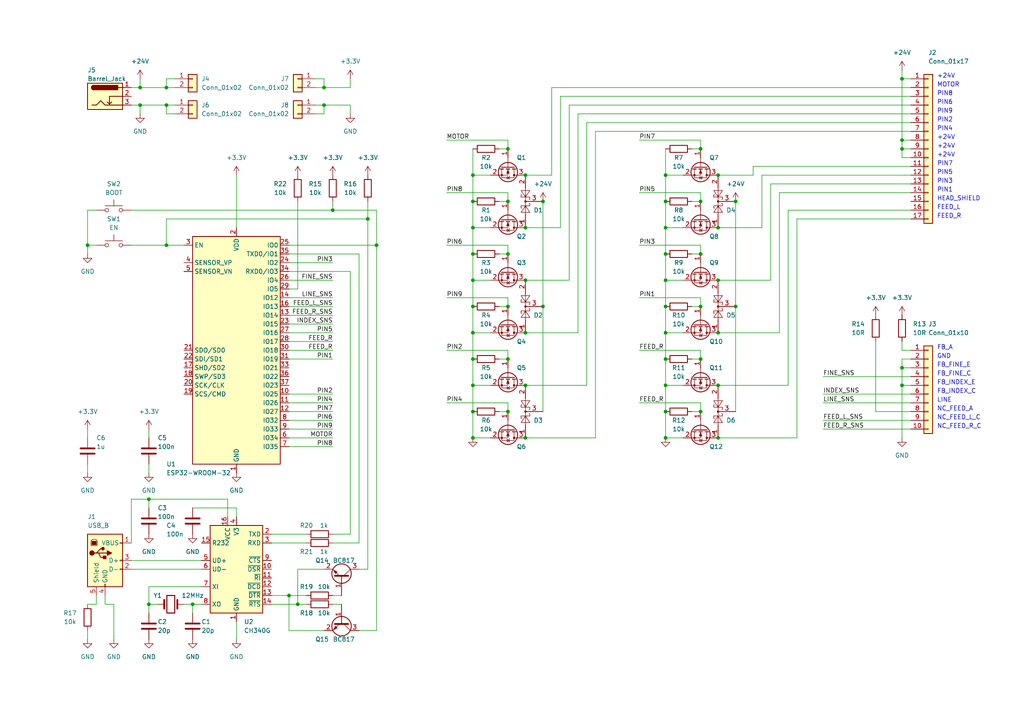
<source format=kicad_sch>
(kicad_sch (version 20230121) (generator eeschema)
  (paper "A4")
  (lib_symbols
    (symbol "Connector:Barrel_Jack_Switch_Pin3Ring" (pin_names hide)
      (property "Reference" "J" (at 0 5.334 0))
      (property "Value" "Barrel_Jack_Switch_Pin3Ring" (at 0 -5.08 0))
      (symbol "Barrel_Jack_Switch_Pin3Ring_1_1"
        (pin passive line (at 7.62 2.54 180) (length 2.54) (name "~") (number "1"))
        (pin passive line (at 7.62 0 180) (length 2.54) (name "~") (number "2"))
        (pin passive line (at 7.62 -2.54 180) (length 2.54) (name "~") (number "3"))
      )
    )
    (symbol "Connector:USB_B" (pin_names (offset 1.016))
      (property "Reference" "J" (at -5.08 11.43 0))
      (property "Value" "USB_B" (at -5.08 8.89 0))
      (symbol "USB_B_1_1"
        (pin power_out line (at 7.62 5.08 180) (length 2.54) (name "VBUS") (number "1"))
        (pin bidirectional line (at 7.62 -2.54 180) (length 2.54) (name "D-") (number "2"))
        (pin bidirectional line (at 7.62 0 180) (length 2.54) (name "D+") (number "3"))
        (pin power_out line (at 0 -10.16 90) (length 2.54) (name "GND") (number "4"))
        (pin passive line (at -2.54 -10.16 90) (length 2.54) (name "Shield") (number "5"))
      )
    )
    (symbol "Connector_Generic:Conn_01x02" (pin_names (offset 1.016) hide)
      (property "Reference" "J" (at 0 2.54 0))
      (property "Value" "Conn_01x02" (at 0 -5.08 0))
      (symbol "Conn_01x02_1_1"
        (pin passive line (at -5.08 0 0) (length 3.81) (name "Pin_1") (number "1"))
        (pin passive line (at -5.08 -2.54 0) (length 3.81) (name "Pin_2") (number "2"))
      )
    )
    (symbol "Connector_Generic:Conn_01x10" (pin_names (offset 1.016) hide)
      (property "Reference" "J" (at 0 12.7 0))
      (property "Value" "Conn_01x10" (at 0 -15.24 0))
      (symbol "Conn_01x10_1_1"
        (pin passive line (at -5.08 10.16 0) (length 3.81) (name "Pin_1") (number "1"))
        (pin passive line (at -5.08 -12.7 0) (length 3.81) (name "Pin_10") (number "10"))
        (pin passive line (at -5.08 7.62 0) (length 3.81) (name "Pin_2") (number "2"))
        (pin passive line (at -5.08 5.08 0) (length 3.81) (name "Pin_3") (number "3"))
        (pin passive line (at -5.08 2.54 0) (length 3.81) (name "Pin_4") (number "4"))
        (pin passive line (at -5.08 0 0) (length 3.81) (name "Pin_5") (number "5"))
        (pin passive line (at -5.08 -2.54 0) (length 3.81) (name "Pin_6") (number "6"))
        (pin passive line (at -5.08 -5.08 0) (length 3.81) (name "Pin_7") (number "7"))
        (pin passive line (at -5.08 -7.62 0) (length 3.81) (name "Pin_8") (number "8"))
        (pin passive line (at -5.08 -10.16 0) (length 3.81) (name "Pin_9") (number "9"))
      )
    )
    (symbol "Connector_Generic:Conn_01x17" (pin_names (offset 1.016) hide)
      (property "Reference" "J" (at 0 22.86 0))
      (property "Value" "Conn_01x17" (at 0 -22.86 0))
      (symbol "Conn_01x17_1_1"
        (pin passive line (at -5.08 20.32 0) (length 3.81) (name "Pin_1") (number "1"))
        (pin passive line (at -5.08 -2.54 0) (length 3.81) (name "Pin_10") (number "10"))
        (pin passive line (at -5.08 -5.08 0) (length 3.81) (name "Pin_11") (number "11"))
        (pin passive line (at -5.08 -7.62 0) (length 3.81) (name "Pin_12") (number "12"))
        (pin passive line (at -5.08 -10.16 0) (length 3.81) (name "Pin_13") (number "13"))
        (pin passive line (at -5.08 -12.7 0) (length 3.81) (name "Pin_14") (number "14"))
        (pin passive line (at -5.08 -15.24 0) (length 3.81) (name "Pin_15") (number "15"))
        (pin passive line (at -5.08 -17.78 0) (length 3.81) (name "Pin_16") (number "16"))
        (pin passive line (at -5.08 -20.32 0) (length 3.81) (name "Pin_17") (number "17"))
        (pin passive line (at -5.08 17.78 0) (length 3.81) (name "Pin_2") (number "2"))
        (pin passive line (at -5.08 15.24 0) (length 3.81) (name "Pin_3") (number "3"))
        (pin passive line (at -5.08 12.7 0) (length 3.81) (name "Pin_4") (number "4"))
        (pin passive line (at -5.08 10.16 0) (length 3.81) (name "Pin_5") (number "5"))
        (pin passive line (at -5.08 7.62 0) (length 3.81) (name "Pin_6") (number "6"))
        (pin passive line (at -5.08 5.08 0) (length 3.81) (name "Pin_7") (number "7"))
        (pin passive line (at -5.08 2.54 0) (length 3.81) (name "Pin_8") (number "8"))
        (pin passive line (at -5.08 0 0) (length 3.81) (name "Pin_9") (number "9"))
      )
    )
    (symbol "Device:C" (pin_numbers hide) (pin_names (offset 0.254))
      (property "Reference" "C" (at 0.635 2.54 0))
      (property "Value" "C" (at 0.635 -2.54 0))
      (symbol "C_1_1"
        (pin passive line (at 0 3.81 270) (length 2.794) (name "~") (number "1"))
        (pin passive line (at 0 -3.81 90) (length 2.794) (name "~") (number "2"))
      )
    )
    (symbol "Device:Crystal" (pin_numbers hide) (pin_names (offset 1.016) hide)
      (property "Reference" "Y" (at 0 3.81 0))
      (property "Value" "Crystal" (at 0 -3.81 0))
      (symbol "Crystal_1_1"
        (pin passive line (at -3.81 0 0) (length 1.27) (name "1") (number "1"))
        (pin passive line (at 3.81 0 180) (length 1.27) (name "2") (number "2"))
      )
    )
    (symbol "Device:R" (pin_numbers hide) (pin_names (offset 0))
      (property "Reference" "R" (at 2.032 0 90))
      (property "Value" "R" (at 0 0 90))
      (symbol "R_1_1"
        (pin passive line (at 0 3.81 270) (length 1.27) (name "~") (number "1"))
        (pin passive line (at 0 -3.81 90) (length 1.27) (name "~") (number "2"))
      )
    )
    (symbol "Diode:BAT54C" (pin_names (offset 1.016))
      (property "Reference" "D" (at 0.635 -3.81 0))
      (property "Value" "BAT54C" (at -6.35 3.175 0))
      (symbol "BAT54C_1_1"
        (pin passive line (at -7.62 0 0) (length 3.81) (name "~") (number "1"))
        (pin passive line (at 7.62 0 180) (length 3.81) (name "~") (number "2"))
        (pin passive line (at 0 -5.08 90) (length 5.08) (name "~") (number "3"))
      )
    )
    (symbol "Interface_USB:CH340G"
      (property "Reference" "U" (at -5.08 13.97 0))
      (property "Value" "CH340G" (at 1.27 13.97 0))
      (symbol "CH340G_1_1"
        (pin power_in line (at 0 -15.24 90) (length 2.54) (name "GND") (number "1"))
        (pin input line (at 10.16 0 180) (length 2.54) (name "~{DSR}") (number "10"))
        (pin input line (at 10.16 -2.54 180) (length 2.54) (name "~{RI}") (number "11"))
        (pin input line (at 10.16 -5.08 180) (length 2.54) (name "~{DCD}") (number "12"))
        (pin output line (at 10.16 -7.62 180) (length 2.54) (name "~{DTR}") (number "13"))
        (pin output line (at 10.16 -10.16 180) (length 2.54) (name "~{RTS}") (number "14"))
        (pin input line (at -10.16 7.62 0) (length 2.54) (name "R232") (number "15"))
        (pin power_in line (at -2.54 15.24 270) (length 2.54) (name "VCC") (number "16"))
        (pin output line (at 10.16 10.16 180) (length 2.54) (name "TXD") (number "2"))
        (pin input line (at 10.16 7.62 180) (length 2.54) (name "RXD") (number "3"))
        (pin power_out line (at 0 15.24 270) (length 2.54) (name "V3") (number "4"))
        (pin bidirectional line (at -10.16 2.54 0) (length 2.54) (name "UD+") (number "5"))
        (pin bidirectional line (at -10.16 0 0) (length 2.54) (name "UD-") (number "6"))
        (pin input line (at -10.16 -5.08 0) (length 2.54) (name "XI") (number "7"))
        (pin output line (at -10.16 -10.16 0) (length 2.54) (name "XO") (number "8"))
        (pin input line (at 10.16 2.54 180) (length 2.54) (name "~{CTS}") (number "9"))
      )
    )
    (symbol "RF_Module:ESP32-WROOM-32"
      (property "Reference" "U" (at -12.7 34.29 0))
      (property "Value" "ESP32-WROOM-32" (at 1.27 34.29 0))
      (symbol "ESP32-WROOM-32_1_1"
        (pin power_in line (at 0 -35.56 90) (length 2.54) (name "GND") (number "1"))
        (pin bidirectional line (at 15.24 -12.7 180) (length 2.54) (name "IO25") (number "10"))
        (pin bidirectional line (at 15.24 -15.24 180) (length 2.54) (name "IO26") (number "11"))
        (pin bidirectional line (at 15.24 -17.78 180) (length 2.54) (name "IO27") (number "12"))
        (pin bidirectional line (at 15.24 10.16 180) (length 2.54) (name "IO14") (number "13"))
        (pin bidirectional line (at 15.24 15.24 180) (length 2.54) (name "IO12") (number "14"))
        (pin passive line (at 0 -35.56 90) (length 2.54) hide (name "GND") (number "15"))
        (pin bidirectional line (at 15.24 12.7 180) (length 2.54) (name "IO13") (number "16"))
        (pin bidirectional line (at -15.24 -5.08 0) (length 2.54) (name "SHD/SD2") (number "17"))
        (pin bidirectional line (at -15.24 -7.62 0) (length 2.54) (name "SWP/SD3") (number "18"))
        (pin bidirectional line (at -15.24 -12.7 0) (length 2.54) (name "SCS/CMD") (number "19"))
        (pin power_in line (at 0 35.56 270) (length 2.54) (name "VDD") (number "2"))
        (pin bidirectional line (at -15.24 -10.16 0) (length 2.54) (name "SCK/CLK") (number "20"))
        (pin bidirectional line (at -15.24 0 0) (length 2.54) (name "SDO/SD0") (number "21"))
        (pin bidirectional line (at -15.24 -2.54 0) (length 2.54) (name "SDI/SD1") (number "22"))
        (pin bidirectional line (at 15.24 7.62 180) (length 2.54) (name "IO15") (number "23"))
        (pin bidirectional line (at 15.24 25.4 180) (length 2.54) (name "IO2") (number "24"))
        (pin bidirectional line (at 15.24 30.48 180) (length 2.54) (name "IO0") (number "25"))
        (pin bidirectional line (at 15.24 20.32 180) (length 2.54) (name "IO4") (number "26"))
        (pin bidirectional line (at 15.24 5.08 180) (length 2.54) (name "IO16") (number "27"))
        (pin bidirectional line (at 15.24 2.54 180) (length 2.54) (name "IO17") (number "28"))
        (pin bidirectional line (at 15.24 17.78 180) (length 2.54) (name "IO5") (number "29"))
        (pin input line (at -15.24 30.48 0) (length 2.54) (name "EN") (number "3"))
        (pin bidirectional line (at 15.24 0 180) (length 2.54) (name "IO18") (number "30"))
        (pin bidirectional line (at 15.24 -2.54 180) (length 2.54) (name "IO19") (number "31"))
        (pin no_connect line (at -12.7 -27.94 0) (length 2.54) hide (name "NC") (number "32"))
        (pin bidirectional line (at 15.24 -5.08 180) (length 2.54) (name "IO21") (number "33"))
        (pin bidirectional line (at 15.24 22.86 180) (length 2.54) (name "RXD0/IO3") (number "34"))
        (pin bidirectional line (at 15.24 27.94 180) (length 2.54) (name "TXD0/IO1") (number "35"))
        (pin bidirectional line (at 15.24 -7.62 180) (length 2.54) (name "IO22") (number "36"))
        (pin bidirectional line (at 15.24 -10.16 180) (length 2.54) (name "IO23") (number "37"))
        (pin passive line (at 0 -35.56 90) (length 2.54) hide (name "GND") (number "38"))
        (pin passive line (at 0 -35.56 90) (length 2.54) hide (name "GND") (number "39"))
        (pin input line (at -15.24 25.4 0) (length 2.54) (name "SENSOR_VP") (number "4"))
        (pin input line (at -15.24 22.86 0) (length 2.54) (name "SENSOR_VN") (number "5"))
        (pin input line (at 15.24 -25.4 180) (length 2.54) (name "IO34") (number "6"))
        (pin input line (at 15.24 -27.94 180) (length 2.54) (name "IO35") (number "7"))
        (pin bidirectional line (at 15.24 -20.32 180) (length 2.54) (name "IO32") (number "8"))
        (pin bidirectional line (at 15.24 -22.86 180) (length 2.54) (name "IO33") (number "9"))
      )
    )
    (symbol "Switch:SW_Push" (pin_numbers hide) (pin_names (offset 1.016) hide)
      (property "Reference" "SW" (at 1.27 2.54 0))
      (property "Value" "SW_Push" (at 0 -1.524 0))
      (symbol "SW_Push_0_1"
        (pin passive line (at -5.08 0 0) (length 2.54) (name "1") (number "1"))
        (pin passive line (at 5.08 0 180) (length 2.54) (name "2") (number "2"))
      )
    )
    (symbol "Transistor_BJT:BC817" (pin_names (offset 0) hide)
      (property "Reference" "Q" (at 5.08 1.905 0))
      (property "Value" "BC817" (at 5.08 0 0))
      (symbol "BC817_1_1"
        (pin input line (at -5.08 0 0) (length 5.715) (name "B") (number "1"))
        (pin passive line (at 2.54 -5.08 90) (length 2.54) (name "E") (number "2"))
        (pin passive line (at 2.54 5.08 270) (length 2.54) (name "C") (number "3"))
      )
    )
    (symbol "Transistor_FET:IRLML0030" (pin_names hide)
      (property "Reference" "Q" (at 5.08 1.905 0))
      (property "Value" "IRLML0030" (at 5.08 0 0))
      (symbol "IRLML0030_1_1"
        (pin input line (at -5.08 0 0) (length 2.54) (name "G") (number "1"))
        (pin passive line (at 2.54 -5.08 90) (length 2.54) (name "S") (number "2"))
        (pin passive line (at 2.54 5.08 270) (length 2.54) (name "D") (number "3"))
      )
    )
    (symbol "power:+24V" (power) (pin_names (offset 0))
      (property "Value" "+24V" (at 0 3.556 0))
      (symbol "+24V_1_1"
        (pin power_in line (at 0 0 90) (length 0) hide (name "+24V") (number "1"))
      )
    )
    (symbol "power:+3.3V" (power) (pin_names (offset 0))
      (property "Value" "+3.3V" (at 0 3.556 0))
      (symbol "+3.3V_1_1"
        (pin power_in line (at 0 0 90) (length 0) hide (name "+3.3V") (number "1"))
      )
    )
    (symbol "power:GND" (power) (pin_names (offset 0))
      (property "Value" "GND" (at 0 -3.81 0))
      (symbol "GND_1_1"
        (pin power_in line (at 0 0 270) (length 0) hide (name "GND") (number "1"))
      )
    )
  )
  (junction (at 208.28 50.8))
  (junction (at 83.82 172.72))
  (junction (at 137.16 96.52))
  (junction (at 152.4 127))
  (junction (at 147.32 43.18))
  (junction (at 213.36 88.9))
  (junction (at 43.18 144.78))
  (junction (at 43.18 175.26))
  (junction (at 152.4 96.52))
  (junction (at 152.4 66.04))
  (junction (at 106.68 63.5))
  (junction (at 147.32 88.9))
  (junction (at 193.04 88.9))
  (junction (at 157.48 58.42))
  (junction (at 261.62 106.68))
  (junction (at 152.4 81.28))
  (junction (at 193.04 58.42))
  (junction (at 137.16 73.66))
  (junction (at 193.04 81.28))
  (junction (at 208.28 127))
  (junction (at 203.2 73.66))
  (junction (at 193.04 73.66))
  (junction (at 152.4 50.8))
  (junction (at 137.16 66.04))
  (junction (at 137.16 119.38))
  (junction (at 137.16 88.9))
  (junction (at 109.22 71.12))
  (junction (at 137.16 104.14))
  (junction (at 48.26 71.12))
  (junction (at 152.4 111.76))
  (junction (at 40.64 30.48))
  (junction (at 86.36 175.26))
  (junction (at 208.28 66.04))
  (junction (at 137.16 111.76))
  (junction (at 208.28 111.76))
  (junction (at 193.04 119.38))
  (junction (at 147.32 73.66))
  (junction (at 25.4 71.12))
  (junction (at 147.32 104.14))
  (junction (at 137.16 81.28))
  (junction (at 147.32 119.38))
  (junction (at 55.88 175.26))
  (junction (at 93.98 30.48))
  (junction (at 208.28 81.28))
  (junction (at 137.16 58.42))
  (junction (at 193.04 104.14))
  (junction (at 203.2 104.14))
  (junction (at 48.26 30.48))
  (junction (at 193.04 111.76))
  (junction (at 40.64 25.4))
  (junction (at 261.62 111.76))
  (junction (at 193.04 50.8))
  (junction (at 261.62 22.86))
  (junction (at 213.36 58.42))
  (junction (at 137.16 127))
  (junction (at 193.04 127))
  (junction (at 193.04 96.52))
  (junction (at 193.04 66.04))
  (junction (at 203.2 43.18))
  (junction (at 261.62 40.64))
  (junction (at 96.52 60.96))
  (junction (at 147.32 58.42))
  (junction (at 203.2 119.38))
  (junction (at 203.2 58.42))
  (junction (at 157.48 88.9))
  (junction (at 48.26 25.4))
  (junction (at 261.62 43.18))
  (junction (at 203.2 88.9))
  (junction (at 208.28 96.52))
  (junction (at 137.16 50.8))
  (junction (at 93.98 25.4))
  (wire (pts (xy 25.4 71.12) (xy 25.4 73.66)))
  (wire (pts (xy 198.12 127) (xy 193.04 127)))
  (wire (pts (xy 68.58 50.8) (xy 68.58 66.04)))
  (wire (pts (xy 53.34 175.26) (xy 55.88 175.26)))
  (wire (pts (xy 83.82 88.9) (xy 96.52 88.9)))
  (wire (pts (xy 33.02 175.26) (xy 30.48 175.26)))
  (wire (pts (xy 48.26 33.02) (xy 48.26 30.48)))
  (wire (pts (xy 218.44 48.26) (xy 264.16 48.26)))
  (wire (pts (xy 96.52 175.26) (xy 99.06 175.26)))
  (wire (pts (xy 185.42 40.64) (xy 203.2 40.64)))
  (wire (pts (xy 203.2 88.9) (xy 203.2 86.36)))
  (wire (pts (xy 208.28 66.04) (xy 220.98 66.04)))
  (wire (pts (xy 137.16 111.76) (xy 137.16 119.38)))
  (wire (pts (xy 142.24 96.52) (xy 137.16 96.52)))
  (wire (pts (xy 83.82 93.98) (xy 96.52 93.98)))
  (wire (pts (xy 193.04 96.52) (xy 193.04 88.9)))
  (wire (pts (xy 200.66 119.38) (xy 203.2 119.38)))
  (wire (pts (xy 93.98 165.1) (xy 86.36 165.1)))
  (wire (pts (xy 261.62 45.72) (xy 261.62 43.18)))
  (wire (pts (xy 40.64 25.4) (xy 40.64 22.86)))
  (wire (pts (xy 27.94 175.26) (xy 25.4 175.26)))
  (wire (pts (xy 185.42 101.6) (xy 203.2 101.6)))
  (wire (pts (xy 83.82 116.84) (xy 96.52 116.84)))
  (wire (pts (xy 96.52 58.42) (xy 96.52 60.96)))
  (wire (pts (xy 152.4 111.76) (xy 170.18 111.76)))
  (wire (pts (xy 30.48 175.26) (xy 30.48 172.72)))
  (wire (pts (xy 106.68 58.42) (xy 106.68 63.5)))
  (wire (pts (xy 104.14 157.48) (xy 96.52 157.48)))
  (wire (pts (xy 193.04 66.04) (xy 193.04 73.66)))
  (wire (pts (xy 264.16 22.86) (xy 261.62 22.86)))
  (wire (pts (xy 101.6 78.74) (xy 83.82 78.74)))
  (wire (pts (xy 142.24 50.8) (xy 137.16 50.8)))
  (wire (pts (xy 33.02 185.42) (xy 33.02 175.26)))
  (wire (pts (xy 264.16 104.14) (xy 261.62 104.14)))
  (wire (pts (xy 137.16 81.28) (xy 137.16 88.9)))
  (wire (pts (xy 172.72 127) (xy 172.72 38.1)))
  (wire (pts (xy 93.98 30.48) (xy 91.44 30.48)))
  (wire (pts (xy 91.44 22.86) (xy 93.98 22.86)))
  (wire (pts (xy 147.32 88.9) (xy 147.32 86.36)))
  (wire (pts (xy 83.82 99.06) (xy 96.52 99.06)))
  (wire (pts (xy 261.62 106.68) (xy 264.16 106.68)))
  (wire (pts (xy 198.12 111.76) (xy 193.04 111.76)))
  (wire (pts (xy 83.82 101.6) (xy 96.52 101.6)))
  (wire (pts (xy 238.76 116.84) (xy 264.16 116.84)))
  (wire (pts (xy 200.66 104.14) (xy 203.2 104.14)))
  (wire (pts (xy 43.18 134.62) (xy 43.18 137.16)))
  (wire (pts (xy 137.16 66.04) (xy 137.16 58.42)))
  (wire (pts (xy 193.04 96.52) (xy 193.04 104.14)))
  (wire (pts (xy 165.1 81.28) (xy 165.1 30.48)))
  (wire (pts (xy 101.6 22.86) (xy 101.6 25.4)))
  (wire (pts (xy 142.24 66.04) (xy 137.16 66.04)))
  (wire (pts (xy 109.22 71.12) (xy 109.22 182.88)))
  (wire (pts (xy 137.16 50.8) (xy 137.16 58.42)))
  (wire (pts (xy 137.16 43.18) (xy 137.16 50.8)))
  (wire (pts (xy 50.8 33.02) (xy 48.26 33.02)))
  (wire (pts (xy 137.16 96.52) (xy 137.16 104.14)))
  (wire (pts (xy 83.82 91.44) (xy 96.52 91.44)))
  (wire (pts (xy 185.42 71.12) (xy 203.2 71.12)))
  (wire (pts (xy 83.82 121.92) (xy 96.52 121.92)))
  (wire (pts (xy 129.54 116.84) (xy 147.32 116.84)))
  (wire (pts (xy 144.78 43.18) (xy 147.32 43.18)))
  (wire (pts (xy 170.18 111.76) (xy 170.18 35.56)))
  (wire (pts (xy 43.18 175.26) (xy 43.18 177.8)))
  (wire (pts (xy 238.76 124.46) (xy 264.16 124.46)))
  (wire (pts (xy 231.14 127) (xy 231.14 63.5)))
  (wire (pts (xy 137.16 127) (xy 137.16 119.38)))
  (wire (pts (xy 83.82 114.3) (xy 96.52 114.3)))
  (wire (pts (xy 198.12 66.04) (xy 193.04 66.04)))
  (wire (pts (xy 254 99.06) (xy 254 119.38)))
  (wire (pts (xy 101.6 33.02) (xy 101.6 30.48)))
  (wire (pts (xy 38.1 165.1) (xy 58.42 165.1)))
  (wire (pts (xy 208.28 81.28) (xy 223.52 81.28)))
  (wire (pts (xy 198.12 50.8) (xy 193.04 50.8)))
  (wire (pts (xy 170.18 35.56) (xy 264.16 35.56)))
  (wire (pts (xy 238.76 121.92) (xy 264.16 121.92)))
  (wire (pts (xy 193.04 111.76) (xy 193.04 119.38)))
  (wire (pts (xy 162.56 66.04) (xy 162.56 27.94)))
  (wire (pts (xy 40.64 30.48) (xy 40.64 33.02)))
  (wire (pts (xy 78.74 157.48) (xy 88.9 157.48)))
  (wire (pts (xy 264.16 40.64) (xy 261.62 40.64)))
  (wire (pts (xy 43.18 124.46) (xy 43.18 127)))
  (wire (pts (xy 198.12 96.52) (xy 193.04 96.52)))
  (wire (pts (xy 83.82 96.52) (xy 96.52 96.52)))
  (wire (pts (xy 104.14 182.88) (xy 109.22 182.88)))
  (wire (pts (xy 261.62 22.86) (xy 261.62 40.64)))
  (wire (pts (xy 137.16 104.14) (xy 137.16 111.76)))
  (wire (pts (xy 261.62 22.86) (xy 261.62 20.32)))
  (wire (pts (xy 25.4 124.46) (xy 25.4 127)))
  (wire (pts (xy 38.1 30.48) (xy 40.64 30.48)))
  (wire (pts (xy 78.74 154.94) (xy 88.9 154.94)))
  (wire (pts (xy 83.82 73.66) (xy 104.14 73.66)))
  (wire (pts (xy 25.4 60.96) (xy 25.4 71.12)))
  (wire (pts (xy 83.82 129.54) (xy 96.52 129.54)))
  (wire (pts (xy 193.04 81.28) (xy 193.04 88.9)))
  (wire (pts (xy 91.44 33.02) (xy 93.98 33.02)))
  (wire (pts (xy 147.32 104.14) (xy 147.32 101.6)))
  (wire (pts (xy 43.18 144.78) (xy 38.1 144.78)))
  (wire (pts (xy 147.32 58.42) (xy 147.32 55.88)))
  (wire (pts (xy 208.28 111.76) (xy 228.6 111.76)))
  (wire (pts (xy 198.12 81.28) (xy 193.04 81.28)))
  (wire (pts (xy 152.4 96.52) (xy 167.64 96.52)))
  (wire (pts (xy 157.48 88.9) (xy 157.48 119.38)))
  (wire (pts (xy 144.78 73.66) (xy 147.32 73.66)))
  (wire (pts (xy 45.72 175.26) (xy 43.18 175.26)))
  (wire (pts (xy 101.6 25.4) (xy 93.98 25.4)))
  (wire (pts (xy 129.54 40.64) (xy 147.32 40.64)))
  (wire (pts (xy 147.32 119.38) (xy 147.32 116.84)))
  (wire (pts (xy 83.82 104.14) (xy 96.52 104.14)))
  (wire (pts (xy 25.4 134.62) (xy 25.4 137.16)))
  (wire (pts (xy 142.24 111.76) (xy 137.16 111.76)))
  (wire (pts (xy 203.2 43.18) (xy 203.2 40.64)))
  (wire (pts (xy 193.04 73.66) (xy 193.04 81.28)))
  (wire (pts (xy 261.62 101.6) (xy 264.16 101.6)))
  (wire (pts (xy 137.16 73.66) (xy 137.16 81.28)))
  (wire (pts (xy 83.82 76.2) (xy 96.52 76.2)))
  (wire (pts (xy 157.48 58.42) (xy 157.48 88.9)))
  (wire (pts (xy 40.64 25.4) (xy 48.26 25.4)))
  (wire (pts (xy 25.4 71.12) (xy 27.94 71.12)))
  (wire (pts (xy 86.36 165.1) (xy 86.36 175.26)))
  (wire (pts (xy 78.74 175.26) (xy 86.36 175.26)))
  (wire (pts (xy 193.04 127) (xy 193.04 119.38)))
  (wire (pts (xy 200.66 58.42) (xy 203.2 58.42)))
  (wire (pts (xy 144.78 88.9) (xy 147.32 88.9)))
  (wire (pts (xy 86.36 175.26) (xy 88.9 175.26)))
  (wire (pts (xy 144.78 58.42) (xy 147.32 58.42)))
  (wire (pts (xy 25.4 182.88) (xy 25.4 185.42)))
  (wire (pts (xy 129.54 71.12) (xy 147.32 71.12)))
  (wire (pts (xy 261.62 104.14) (xy 261.62 106.68)))
  (wire (pts (xy 160.02 25.4) (xy 264.16 25.4)))
  (wire (pts (xy 83.82 182.88) (xy 83.82 172.72)))
  (wire (pts (xy 185.42 86.36) (xy 203.2 86.36)))
  (wire (pts (xy 96.52 154.94) (xy 101.6 154.94)))
  (wire (pts (xy 109.22 71.12) (xy 109.22 60.96)))
  (wire (pts (xy 223.52 81.28) (xy 223.52 53.34)))
  (wire (pts (xy 213.36 88.9) (xy 213.36 119.38)))
  (wire (pts (xy 83.82 83.82) (xy 86.36 83.82)))
  (wire (pts (xy 129.54 86.36) (xy 147.32 86.36)))
  (wire (pts (xy 93.98 25.4) (xy 91.44 25.4)))
  (wire (pts (xy 68.58 185.42) (xy 68.58 180.34)))
  (wire (pts (xy 43.18 144.78) (xy 43.18 147.32)))
  (wire (pts (xy 38.1 25.4) (xy 40.64 25.4)))
  (wire (pts (xy 142.24 81.28) (xy 137.16 81.28)))
  (wire (pts (xy 101.6 30.48) (xy 93.98 30.48)))
  (wire (pts (xy 200.66 73.66) (xy 203.2 73.66)))
  (wire (pts (xy 152.4 50.8) (xy 160.02 50.8)))
  (wire (pts (xy 38.1 60.96) (xy 96.52 60.96)))
  (wire (pts (xy 38.1 144.78) (xy 38.1 157.48)))
  (wire (pts (xy 152.4 81.28) (xy 165.1 81.28)))
  (wire (pts (xy 96.52 60.96) (xy 109.22 60.96)))
  (wire (pts (xy 264.16 43.18) (xy 261.62 43.18)))
  (wire (pts (xy 137.16 96.52) (xy 137.16 88.9)))
  (wire (pts (xy 50.8 22.86) (xy 48.26 22.86)))
  (wire (pts (xy 226.06 55.88) (xy 264.16 55.88)))
  (wire (pts (xy 231.14 63.5) (xy 264.16 63.5)))
  (wire (pts (xy 93.98 22.86) (xy 93.98 25.4)))
  (wire (pts (xy 96.52 172.72) (xy 99.06 172.72)))
  (wire (pts (xy 55.88 175.26) (xy 55.88 177.8)))
  (wire (pts (xy 261.62 111.76) (xy 261.62 127)))
  (wire (pts (xy 264.16 45.72) (xy 261.62 45.72)))
  (wire (pts (xy 83.82 172.72) (xy 88.9 172.72)))
  (wire (pts (xy 58.42 170.18) (xy 43.18 170.18)))
  (wire (pts (xy 83.82 119.38) (xy 96.52 119.38)))
  (wire (pts (xy 208.28 50.8) (xy 218.44 50.8)))
  (wire (pts (xy 142.24 127) (xy 137.16 127)))
  (wire (pts (xy 213.36 58.42) (xy 213.36 88.9)))
  (wire (pts (xy 43.18 170.18) (xy 43.18 175.26)))
  (wire (pts (xy 261.62 99.06) (xy 261.62 101.6)))
  (wire (pts (xy 193.04 43.18) (xy 193.04 50.8)))
  (wire (pts (xy 55.88 175.26) (xy 58.42 175.26)))
  (wire (pts (xy 144.78 119.38) (xy 147.32 119.38)))
  (wire (pts (xy 83.82 127) (xy 96.52 127)))
  (wire (pts (xy 93.98 33.02) (xy 93.98 30.48)))
  (wire (pts (xy 220.98 66.04) (xy 220.98 50.8)))
  (wire (pts (xy 83.82 124.46) (xy 96.52 124.46)))
  (wire (pts (xy 27.94 60.96) (xy 25.4 60.96)))
  (wire (pts (xy 48.26 25.4) (xy 50.8 25.4)))
  (wire (pts (xy 38.1 71.12) (xy 48.26 71.12)))
  (wire (pts (xy 261.62 111.76) (xy 264.16 111.76)))
  (wire (pts (xy 172.72 38.1) (xy 264.16 38.1)))
  (wire (pts (xy 104.14 73.66) (xy 104.14 157.48)))
  (wire (pts (xy 193.04 104.14) (xy 193.04 111.76)))
  (wire (pts (xy 83.82 81.28) (xy 96.52 81.28)))
  (wire (pts (xy 137.16 66.04) (xy 137.16 73.66)))
  (wire (pts (xy 200.66 43.18) (xy 203.2 43.18)))
  (wire (pts (xy 48.26 63.5) (xy 106.68 63.5)))
  (wire (pts (xy 261.62 106.68) (xy 261.62 111.76)))
  (wire (pts (xy 83.82 71.12) (xy 109.22 71.12)))
  (wire (pts (xy 147.32 73.66) (xy 147.32 71.12)))
  (wire (pts (xy 203.2 104.14) (xy 203.2 101.6)))
  (wire (pts (xy 261.62 40.64) (xy 261.62 43.18)))
  (wire (pts (xy 147.32 43.18) (xy 147.32 40.64)))
  (wire (pts (xy 208.28 96.52) (xy 226.06 96.52)))
  (wire (pts (xy 66.04 149.86) (xy 66.04 144.78)))
  (wire (pts (xy 27.94 172.72) (xy 27.94 175.26)))
  (wire (pts (xy 254 119.38) (xy 264.16 119.38)))
  (wire (pts (xy 200.66 88.9) (xy 203.2 88.9)))
  (wire (pts (xy 144.78 104.14) (xy 147.32 104.14)))
  (wire (pts (xy 228.6 111.76) (xy 228.6 60.96)))
  (wire (pts (xy 40.64 30.48) (xy 48.26 30.48)))
  (wire (pts (xy 78.74 172.72) (xy 83.82 172.72)))
  (wire (pts (xy 86.36 58.42) (xy 86.36 83.82)))
  (wire (pts (xy 220.98 50.8) (xy 264.16 50.8)))
  (wire (pts (xy 167.64 96.52) (xy 167.64 33.02)))
  (wire (pts (xy 160.02 50.8) (xy 160.02 25.4)))
  (wire (pts (xy 66.04 144.78) (xy 43.18 144.78)))
  (wire (pts (xy 228.6 60.96) (xy 264.16 60.96)))
  (wire (pts (xy 68.58 149.86) (xy 68.58 147.32)))
  (wire (pts (xy 93.98 182.88) (xy 83.82 182.88)))
  (wire (pts (xy 48.26 63.5) (xy 48.26 71.12)))
  (wire (pts (xy 129.54 101.6) (xy 147.32 101.6)))
  (wire (pts (xy 203.2 119.38) (xy 203.2 116.84)))
  (wire (pts (xy 101.6 154.94) (xy 101.6 78.74)))
  (wire (pts (xy 162.56 27.94) (xy 264.16 27.94)))
  (wire (pts (xy 223.52 53.34) (xy 264.16 53.34)))
  (wire (pts (xy 203.2 58.42) (xy 203.2 55.88)))
  (wire (pts (xy 185.42 55.88) (xy 203.2 55.88)))
  (wire (pts (xy 185.42 116.84) (xy 203.2 116.84)))
  (wire (pts (xy 129.54 55.88) (xy 147.32 55.88)))
  (wire (pts (xy 83.82 86.36) (xy 96.52 86.36)))
  (wire (pts (xy 48.26 25.4) (xy 48.26 22.86)))
  (wire (pts (xy 38.1 162.56) (xy 58.42 162.56)))
  (wire (pts (xy 68.58 147.32) (xy 55.88 147.32)))
  (wire (pts (xy 106.68 165.1) (xy 104.14 165.1)))
  (wire (pts (xy 218.44 50.8) (xy 218.44 48.26)))
  (wire (pts (xy 238.76 109.22) (xy 264.16 109.22)))
  (wire (pts (xy 167.64 33.02) (xy 264.16 33.02)))
  (wire (pts (xy 48.26 30.48) (xy 50.8 30.48)))
  (wire (pts (xy 152.4 127) (xy 172.72 127)))
  (wire (pts (xy 203.2 73.66) (xy 203.2 71.12)))
  (wire (pts (xy 208.28 127) (xy 231.14 127)))
  (wire (pts (xy 193.04 66.04) (xy 193.04 58.42)))
  (wire (pts (xy 106.68 63.5) (xy 106.68 165.1)))
  (wire (pts (xy 165.1 30.48) (xy 264.16 30.48)))
  (wire (pts (xy 152.4 66.04) (xy 162.56 66.04)))
  (wire (pts (xy 48.26 71.12) (xy 53.34 71.12)))
  (wire (pts (xy 238.76 114.3) (xy 264.16 114.3)))
  (wire (pts (xy 193.04 50.8) (xy 193.04 58.42)))
  (wire (pts (xy 226.06 96.52) (xy 226.06 55.88)))
  (text "FB_A" (at 271.78 101.6 0) (effects (font (size 1.27 1.27)) (justify left bottom)))
  (text "FB_INDEX_E" (at 271.78 111.76 0) (effects (font (size 1.27 1.27)) (justify left bottom)))
  (text "+24V" (at 271.78 45.72 0) (effects (font (size 1.27 1.27)) (justify left bottom)))
  (text "LINE" (at 271.78 116.84 0) (effects (font (size 1.27 1.27)) (justify left bottom)))
  (text "NC_FEED_L_C" (at 271.78 121.92 0) (effects (font (size 1.27 1.27)) (justify left bottom)))
  (text "HEAD_SHIELD" (at 271.78 58.42 0) (effects (font (size 1.27 1.27)) (justify left bottom)))
  (text "PIN3" (at 271.78 53.34 0) (effects (font (size 1.27 1.27)) (justify left bottom)))
  (text "FB_FINE_E" (at 271.78 106.68 0) (effects (font (size 1.27 1.27)) (justify left bottom)))
  (text "+24V" (at 271.78 40.64 0) (effects (font (size 1.27 1.27)) (justify left bottom)))
  (text "FB_FINE_C" (at 271.78 109.22 0) (effects (font (size 1.27 1.27)) (justify left bottom)))
  (text "NC_FEED_A" (at 271.78 119.38 0) (effects (font (size 1.27 1.27)) (justify left bottom)))
  (text "PIN1" (at 271.78 55.88 0) (effects (font (size 1.27 1.27)) (justify left bottom)))
  (text "PIN9" (at 271.78 33.02 0) (effects (font (size 1.27 1.27)) (justify left bottom)))
  (text "NC_FEED_R_C" (at 271.78 124.46 0) (effects (font (size 1.27 1.27)) (justify left bottom)))
  (text "FEED_L" (at 271.78 60.96 0) (effects (font (size 1.27 1.27)) (justify left bottom)))
  (text "+24V" (at 271.78 22.86 0) (effects (font (size 1.27 1.27)) (justify left bottom)))
  (text "PIN4" (at 271.78 38.1 0) (effects (font (size 1.27 1.27)) (justify left bottom)))
  (text "+24V" (at 271.78 43.18 0) (effects (font (size 1.27 1.27)) (justify left bottom)))
  (text "PIN6" (at 271.78 30.48 0) (effects (font (size 1.27 1.27)) (justify left bottom)))
  (text "PIN2" (at 271.78 35.56 0) (effects (font (size 1.27 1.27)) (justify left bottom)))
  (text "FB_INDEX_C" (at 271.78 114.3 0) (effects (font (size 1.27 1.27)) (justify left bottom)))
  (text "PIN5" (at 271.78 50.8 0) (effects (font (size 1.27 1.27)) (justify left bottom)))
  (text "PIN8" (at 271.78 27.94 0) (effects (font (size 1.27 1.27)) (justify left bottom)))
  (text "MOTOR" (at 271.78 25.4 0) (effects (font (size 1.27 1.27)) (justify left bottom)))
  (text "FEED_R" (at 271.78 63.5 0) (effects (font (size 1.27 1.27)) (justify left bottom)))
  (text "PIN7" (at 271.78 48.26 0) (effects (font (size 1.27 1.27)) (justify left bottom)))
  (text "GND" (at 271.78 104.14 0) (effects (font (size 1.27 1.27)) (justify left bottom)))
  (label "PIN1" (at 185.42 86.36 0))
  (label "FEED_R" (at 185.42 101.6 0))
  (label "PIN8" (at 96.52 129.54 180))
  (label "FEED_R_SNS" (at 238.76 124.46 0))
  (label "PIN6" (at 96.52 121.92 180))
  (label "PIN4" (at 96.52 116.84 180))
  (label "PIN7" (at 185.42 40.64 0))
  (label "LINE_SNS" (at 238.76 116.84 0))
  (label "INDEX_SNS" (at 238.76 114.3 0))
  (label "PIN3" (at 96.52 76.2 180))
  (label "FEED_R" (at 96.52 101.6 180))
  (label "MOTOR" (at 96.52 127 180))
  (label "FEED_R" (at 185.42 116.84 0))
  (label "PIN7" (at 96.52 119.38 180))
  (label "FINE_SNS" (at 96.52 81.28 180))
  (label "INDEX_SNS" (at 96.52 93.98 180))
  (label "PIN6" (at 129.54 71.12 0))
  (label "MOTOR" (at 129.54 40.64 0))
  (label "FINE_SNS" (at 238.76 109.22 0))
  (label "FEED_L_SNS" (at 96.52 88.9 180))
  (label "PIN8" (at 129.54 55.88 0))
  (label "PIN5" (at 96.52 96.52 180))
  (label "PIN9" (at 96.52 124.46 180))
  (label "FEED_R_SNS" (at 96.52 91.44 180))
  (label "FEED_R" (at 96.52 99.06 180))
  (label "FEED_L_SNS" (at 238.76 121.92 0))
  (label "PIN4" (at 129.54 116.84 0))
  (label "PIN5" (at 185.42 55.88 0))
  (label "PIN1" (at 96.52 104.14 180))
  (label "PIN3" (at 185.42 71.12 0))
  (label "LINE_SNS" (at 96.52 86.36 180))
  (label "PIN2" (at 129.54 101.6 0))
  (label "PIN9" (at 129.54 86.36 0))
  (label "PIN2" (at 96.52 114.3 180))
  (symbol (lib_id "Diode:BAT54C") (at 208.28 58.42 90) (unit 1)
    (property "Reference" "D4" (at 213.36 60.96 90) (effects (justify left)))
    (property "Value" "BAT54C" (effects hide))
    (property "Footprint" "Package_TO_SOT_SMD:SOT-23_Handsoldering" (effects hide))
    (property "Datasheet" "http://www.diodes.com/_files/datasheets/ds11005.pdf" (effects hide))
  )
  (symbol (lib_id "Transistor_FET:IRLML0030") (at 147.32 93.98 270) (unit 1)
    (property "Reference" "Q4" (at 149.86 99.06 90) (effects (justify left)))
    (property "Value" "IRLML0030" (effects hide))
    (property "Footprint" "Package_TO_SOT_SMD:SOT-23_Handsoldering" (effects hide))
    (property "Datasheet" "https://www.infineon.com/dgdl/irlml0030pbf.pdf?fileId=5546d462533600a401535664773825df" (effects hide))
  )
  (symbol (lib_id "Transistor_BJT:BC817") (at 99.06 167.64 270) (mirror x) (unit 1)
    (property "Reference" "Q14" (at 91.44 162.56 90) (effects (justify left)))
    (property "Value" "BC817" (at 96.52 162.56 90) (effects (justify left)))
    (property "Footprint" "Package_TO_SOT_SMD:SOT-23_Handsoldering" (effects hide))
    (property "Datasheet" "https://www.onsemi.com/pub/Collateral/BC818-D.pdf" (effects hide))
  )
  (symbol (lib_id "power:+24V") (at 213.36 58.42 0) (unit 1)
    (property "Reference" "#PWR07" (effects hide))
    (property "Value" "+24V" (at 213.36 53.34 0))
  )
  (symbol (lib_id "Device:R") (at 140.97 88.9 270) (unit 1)
    (property "Reference" "R4" (at 140.97 91.44 90))
    (property "Value" "10k" (at 140.97 93.98 90))
    (property "Footprint" "Resistor_SMD:R_0603_1608Metric_Pad0.98x0.95mm_HandSolder" (effects hide))
  )
  (symbol (lib_id "Device:R") (at 140.97 58.42 270) (unit 1)
    (property "Reference" "R1" (at 140.97 60.96 90))
    (property "Value" "10k" (at 140.97 63.5 90))
    (property "Footprint" "Resistor_SMD:R_0603_1608Metric_Pad0.98x0.95mm_HandSolder" (effects hide))
  )
  (symbol (lib_id "Transistor_FET:IRLML0030") (at 203.2 93.98 270) (unit 1)
    (property "Reference" "Q10" (at 205.74 99.06 90) (effects (justify left)))
    (property "Value" "IRLML0030" (effects hide))
    (property "Footprint" "Package_TO_SOT_SMD:SOT-23_Handsoldering" (effects hide))
    (property "Datasheet" "https://www.infineon.com/dgdl/irlml0030pbf.pdf?fileId=5546d462533600a401535664773825df" (effects hide))
  )
  (symbol (lib_id "power:GND") (at 137.16 127 0) (unit 1)
    (property "Reference" "#PWR01" (effects hide))
    (property "Value" "GND" (effects hide))
  )
  (symbol (lib_id "power:+3.3V") (at 254 91.44 0) (unit 1)
    (property "Reference" "#PWR08" (effects hide))
    (property "Value" "+3.3V" (at 254 86.36 0))
  )
  (symbol (lib_id "Transistor_FET:IRLML0030") (at 147.32 124.46 270) (unit 1)
    (property "Reference" "Q6" (at 149.86 129.54 90) (effects (justify left)))
    (property "Value" "IRLML0030" (effects hide))
    (property "Footprint" "Package_TO_SOT_SMD:SOT-23_Handsoldering" (effects hide))
    (property "Datasheet" "https://www.infineon.com/dgdl/irlml0030pbf.pdf?fileId=5546d462533600a401535664773825df" (effects hide))
  )
  (symbol (lib_id "Device:C") (at 55.88 151.13 0) (unit 1)
    (property "Reference" "C4" (at 48.26 152.4 0) (effects (justify left)))
    (property "Value" "100n" (at 48.26 154.94 0) (effects (justify left)))
    (property "Footprint" "Capacitor_SMD:C_0603_1608Metric_Pad1.08x0.95mm_HandSolder" (effects hide))
  )
  (symbol (lib_id "power:GND") (at 101.6 33.02 0) (unit 1)
    (property "Reference" "#PWR029" (effects hide))
    (property "Value" "GND" (at 101.6 38.1 0))
  )
  (symbol (lib_id "Diode:BAT54C") (at 152.4 88.9 90) (unit 1)
    (property "Reference" "D2" (at 157.48 91.44 90) (effects (justify left)))
    (property "Value" "BAT54C" (effects hide))
    (property "Footprint" "Package_TO_SOT_SMD:SOT-23_Handsoldering" (effects hide))
    (property "Datasheet" "http://www.diodes.com/_files/datasheets/ds11005.pdf" (effects hide))
  )
  (symbol (lib_id "Transistor_FET:IRLML0030") (at 147.32 48.26 270) (unit 1)
    (property "Reference" "Q1" (at 149.86 45.72 90) (effects (justify left)))
    (property "Value" "IRLML0030" (effects hide))
    (property "Footprint" "Package_TO_SOT_SMD:SOT-23_Handsoldering" (effects hide))
    (property "Datasheet" "https://www.infineon.com/dgdl/irlml0030pbf.pdf?fileId=5546d462533600a401535664773825df" (effects hide))
  )
  (symbol (lib_id "Diode:BAT54C") (at 208.28 88.9 90) (unit 1)
    (property "Reference" "D5" (at 213.36 91.44 90) (effects (justify left)))
    (property "Value" "BAT54C" (effects hide))
    (property "Footprint" "Package_TO_SOT_SMD:SOT-23_Handsoldering" (effects hide))
    (property "Datasheet" "http://www.diodes.com/_files/datasheets/ds11005.pdf" (effects hide))
  )
  (symbol (lib_id "Connector_Generic:Conn_01x02") (at 55.88 22.86 0) (unit 1)
    (property "Reference" "J4" (at 58.42 22.86 0) (effects (justify left)))
    (property "Value" "Conn_01x02" (at 58.42 25.4 0) (effects (justify left)))
    (property "Footprint" "Connector_PinHeader_2.54mm:PinHeader_1x02_P2.54mm_Vertical" (effects hide))
  )
  (symbol (lib_id "Device:C") (at 55.88 181.61 0) (unit 1)
    (property "Reference" "C1" (at 58.42 180.34 0) (effects (justify left)))
    (property "Value" "20p" (at 58.42 182.88 0) (effects (justify left)))
    (property "Footprint" "Capacitor_SMD:C_0603_1608Metric_Pad1.08x0.95mm_HandSolder" (effects hide))
  )
  (symbol (lib_id "power:+3.3V") (at 68.58 50.8 0) (unit 1)
    (property "Reference" "#PWR010" (effects hide))
    (property "Value" "+3.3V" (at 68.58 45.72 0))
  )
  (symbol (lib_id "power:+3.3V") (at 43.18 124.46 0) (unit 1)
    (property "Reference" "#PWR023" (effects hide))
    (property "Value" "+3.3V" (at 43.18 119.38 0))
  )
  (symbol (lib_id "Transistor_BJT:BC817") (at 99.06 180.34 270) (unit 1)
    (property "Reference" "Q15" (at 91.44 185.42 90) (effects (justify left)))
    (property "Value" "BC817" (at 96.52 185.42 90) (effects (justify left)))
    (property "Footprint" "Package_TO_SOT_SMD:SOT-23_Handsoldering" (effects hide))
    (property "Datasheet" "https://www.onsemi.com/pub/Collateral/BC818-D.pdf" (effects hide))
  )
  (symbol (lib_id "Device:C") (at 25.4 130.81 0) (unit 1)
    (property "Reference" "C6" (at 27.94 127 0) (effects (justify left)))
    (property "Value" "1u" (at 27.94 129.54 0) (effects (justify left)))
    (property "Footprint" "Capacitor_SMD:C_0603_1608Metric_Pad1.08x0.95mm_HandSolder" (effects hide))
  )
  (symbol (lib_id "Device:R") (at 196.85 104.14 270) (unit 1)
    (property "Reference" "R11" (at 196.85 106.68 90))
    (property "Value" "10k" (at 196.85 109.22 90))
    (property "Footprint" "Resistor_SMD:R_0603_1608Metric_Pad0.98x0.95mm_HandSolder" (effects hide))
  )
  (symbol (lib_id "Device:R") (at 92.71 154.94 270) (unit 1)
    (property "Reference" "R20" (at 88.9 152.4 90))
    (property "Value" "1k" (at 93.98 152.4 90))
    (property "Footprint" "Resistor_SMD:R_0603_1608Metric_Pad0.98x0.95mm_HandSolder" (effects hide))
  )
  (symbol (lib_id "Diode:BAT54C") (at 152.4 119.38 90) (unit 1)
    (property "Reference" "D3" (at 157.48 121.92 90) (effects (justify left)))
    (property "Value" "BAT54C" (effects hide))
    (property "Footprint" "Package_TO_SOT_SMD:SOT-23_Handsoldering" (effects hide))
    (property "Datasheet" "http://www.diodes.com/_files/datasheets/ds11005.pdf" (effects hide))
  )
  (symbol (lib_id "Transistor_FET:IRLML0030") (at 203.2 48.26 270) (unit 1)
    (property "Reference" "Q7" (at 205.74 45.72 90) (effects (justify left)))
    (property "Value" "IRLML0030" (effects hide))
    (property "Footprint" "Package_TO_SOT_SMD:SOT-23_Handsoldering" (effects hide))
    (property "Datasheet" "https://www.infineon.com/dgdl/irlml0030pbf.pdf?fileId=5546d462533600a401535664773825df" (effects hide))
  )
  (symbol (lib_id "Transistor_FET:IRLML0030") (at 203.2 109.22 270) (unit 1)
    (property "Reference" "Q11" (at 205.74 106.68 90) (effects (justify left)))
    (property "Value" "IRLML0030" (effects hide))
    (property "Footprint" "Package_TO_SOT_SMD:SOT-23_Handsoldering" (effects hide))
    (property "Datasheet" "https://www.infineon.com/dgdl/irlml0030pbf.pdf?fileId=5546d462533600a401535664773825df" (effects hide))
  )
  (symbol (lib_id "Device:C") (at 43.18 181.61 0) (unit 1)
    (property "Reference" "C2" (at 45.72 180.34 0) (effects (justify left)))
    (property "Value" "20p" (at 45.72 182.88 0) (effects (justify left)))
    (property "Footprint" "Capacitor_SMD:C_0603_1608Metric_Pad1.08x0.95mm_HandSolder" (effects hide))
  )
  (symbol (lib_id "Device:R") (at 261.62 95.25 180) (unit 1)
    (property "Reference" "R13" (at 266.7 93.98 0))
    (property "Value" "10R" (at 266.7 96.52 0))
    (property "Footprint" "Resistor_SMD:R_0603_1608Metric_Pad0.98x0.95mm_HandSolder" (effects hide))
  )
  (symbol (lib_id "Device:R") (at 92.71 175.26 270) (unit 1)
    (property "Reference" "R18" (at 88.9 177.8 90))
    (property "Value" "10k" (at 93.98 177.8 90))
    (property "Footprint" "Resistor_SMD:R_0603_1608Metric_Pad0.98x0.95mm_HandSolder" (effects hide))
  )
  (symbol (lib_id "Interface_USB:CH340G") (at 68.58 165.1 0) (unit 1)
    (property "Reference" "U2" (at 70.7741 180.34 0) (effects (justify left)))
    (property "Value" "CH340G" (at 70.7741 182.88 0) (effects (justify left)))
    (property "Footprint" "Package_SO:SOIC-16_3.9x9.9mm_P1.27mm" (effects hide))
    (property "Datasheet" "http://www.datasheet5.com/pdf-local-2195953" (effects hide))
  )
  (symbol (lib_id "Transistor_FET:IRLML0030") (at 147.32 109.22 270) (unit 1)
    (property "Reference" "Q5" (at 149.86 106.68 90) (effects (justify left)))
    (property "Value" "IRLML0030" (effects hide))
    (property "Footprint" "Package_TO_SOT_SMD:SOT-23_Handsoldering" (effects hide))
    (property "Datasheet" "https://www.infineon.com/dgdl/irlml0030pbf.pdf?fileId=5546d462533600a401535664773825df" (effects hide))
  )
  (symbol (lib_id "Transistor_FET:IRLML0030") (at 203.2 63.5 270) (unit 1)
    (property "Reference" "Q8" (at 205.74 68.58 90) (effects (justify left)))
    (property "Value" "IRLML0030" (effects hide))
    (property "Footprint" "Package_TO_SOT_SMD:SOT-23_Handsoldering" (effects hide))
    (property "Datasheet" "https://www.infineon.com/dgdl/irlml0030pbf.pdf?fileId=5546d462533600a401535664773825df" (effects hide))
  )
  (symbol (lib_id "power:GND") (at 25.4 137.16 0) (unit 1)
    (property "Reference" "#PWR025" (effects hide))
    (property "Value" "GND" (at 25.4 142.24 0))
  )
  (symbol (lib_id "power:+24V") (at 261.62 20.32 0) (unit 1)
    (property "Reference" "#PWR05" (effects hide))
    (property "Value" "+24V" (at 261.62 15.24 0))
  )
  (symbol (lib_id "power:+24V") (at 40.64 22.86 0) (unit 1)
    (property "Reference" "#PWR026" (effects hide))
    (property "Value" "+24V" (at 40.64 17.78 0))
  )
  (symbol (lib_id "power:GND") (at 55.88 185.42 0) (unit 1)
    (property "Reference" "#PWR017" (effects hide))
    (property "Value" "GND" (at 55.88 190.5 0))
  )
  (symbol (lib_id "Switch:SW_Push") (at 33.02 60.96 0) (unit 1)
    (property "Reference" "SW2" (at 33.02 53.34 0))
    (property "Value" "BOOT" (at 33.02 55.88 0))
    (property "Footprint" "USER:SW_SPST_CK_PTS641" (effects hide))
  )
  (symbol (lib_id "Device:R") (at 196.85 43.18 270) (unit 1)
    (property "Reference" "R7" (at 196.85 45.72 90))
    (property "Value" "10k" (at 196.85 48.26 90))
    (property "Footprint" "Resistor_SMD:R_0603_1608Metric_Pad0.98x0.95mm_HandSolder" (effects hide))
  )
  (symbol (lib_id "Device:R") (at 140.97 119.38 270) (unit 1)
    (property "Reference" "R6" (at 140.97 121.92 90))
    (property "Value" "10k" (at 140.97 124.46 90))
    (property "Footprint" "Resistor_SMD:R_0603_1608Metric_Pad0.98x0.95mm_HandSolder" (effects hide))
  )
  (symbol (lib_id "Device:R") (at 140.97 73.66 270) (unit 1)
    (property "Reference" "R3" (at 140.97 76.2 90))
    (property "Value" "10k" (at 140.97 78.74 90))
    (property "Footprint" "Resistor_SMD:R_0603_1608Metric_Pad0.98x0.95mm_HandSolder" (effects hide))
  )
  (symbol (lib_id "Device:Crystal") (at 49.53 175.26 0) (unit 1)
    (property "Reference" "Y1" (at 45.72 172.72 0))
    (property "Value" "12MHz" (at 55.88 172.72 0))
    (property "Footprint" "Crystal:Crystal_HC49-U_Vertical" (effects hide))
  )
  (symbol (lib_id "power:+3.3V") (at 106.68 50.8 0) (unit 1)
    (property "Reference" "#PWR012" (effects hide))
    (property "Value" "+3.3V" (at 106.68 45.72 0))
  )
  (symbol (lib_id "power:+3.3V") (at 25.4 124.46 0) (unit 1)
    (property "Reference" "#PWR024" (effects hide))
    (property "Value" "+3.3V" (at 25.4 119.38 0))
  )
  (symbol (lib_id "power:GND") (at 68.58 137.16 0) (unit 1)
    (property "Reference" "#PWR03" (effects hide))
    (property "Value" "GND" (at 68.58 142.24 0))
  )
  (symbol (lib_id "Transistor_FET:IRLML0030") (at 203.2 78.74 270) (unit 1)
    (property "Reference" "Q9" (at 205.74 76.2 90) (effects (justify left)))
    (property "Value" "IRLML0030" (effects hide))
    (property "Footprint" "Package_TO_SOT_SMD:SOT-23_Handsoldering" (effects hide))
    (property "Datasheet" "https://www.infineon.com/dgdl/irlml0030pbf.pdf?fileId=5546d462533600a401535664773825df" (effects hide))
  )
  (symbol (lib_id "Connector:USB_B") (at 30.48 162.56 0) (unit 1)
    (property "Reference" "J1" (at 25.4 149.86 0) (effects (justify left)))
    (property "Value" "USB_B" (at 25.4 152.4 0) (effects (justify left)))
    (property "Footprint" "Connector_USB:USB_B_Lumberg_2411_02_Horizontal" (effects hide))
    (property "Datasheet" " ~" (effects hide))
  )
  (symbol (lib_id "Connector:Barrel_Jack_Switch_Pin3Ring") (at 30.48 27.94 0) (unit 1)
    (property "Reference" "J5" (at 25.4 20.32 0) (effects (justify left)))
    (property "Value" "Barrel_Jack" (at 25.4 22.86 0) (effects (justify left)))
    (property "Footprint" "Connector_BarrelJack:BarrelJack_Horizontal" (effects hide))
  )
  (symbol (lib_id "Device:R") (at 196.85 119.38 270) (unit 1)
    (property "Reference" "R12" (at 196.85 121.92 90))
    (property "Value" "10k" (at 196.85 124.46 90))
    (property "Footprint" "Resistor_SMD:R_0603_1608Metric_Pad0.98x0.95mm_HandSolder" (effects hide))
  )
  (symbol (lib_id "Device:R") (at 254 95.25 0) (unit 1)
    (property "Reference" "R14" (at 248.92 93.98 0))
    (property "Value" "10R" (at 248.92 96.52 0))
    (property "Footprint" "Resistor_SMD:R_0603_1608Metric_Pad0.98x0.95mm_HandSolder" (effects hide))
  )
  (symbol (lib_id "Device:R") (at 96.52 54.61 0) (unit 1)
    (property "Reference" "R15" (at 91.44 53.34 0))
    (property "Value" "10k" (at 91.44 55.88 0))
    (property "Footprint" "Resistor_SMD:R_0603_1608Metric_Pad0.98x0.95mm_HandSolder" (effects hide))
  )
  (symbol (lib_id "Device:C") (at 43.18 130.81 0) (unit 1)
    (property "Reference" "C5" (at 45.72 127 0) (effects (justify left)))
    (property "Value" "100n" (at 45.72 129.54 0) (effects (justify left)))
    (property "Footprint" "Capacitor_SMD:C_0603_1608Metric_Pad1.08x0.95mm_HandSolder" (effects hide))
  )
  (symbol (lib_id "Transistor_FET:IRLML0030") (at 147.32 78.74 270) (unit 1)
    (property "Reference" "Q3" (at 149.86 76.2 90) (effects (justify left)))
    (property "Value" "IRLML0030" (effects hide))
    (property "Footprint" "Package_TO_SOT_SMD:SOT-23_Handsoldering" (effects hide))
    (property "Datasheet" "https://www.infineon.com/dgdl/irlml0030pbf.pdf?fileId=5546d462533600a401535664773825df" (effects hide))
  )
  (symbol (lib_id "Device:R") (at 196.85 88.9 270) (unit 1)
    (property "Reference" "R10" (at 196.85 91.44 90))
    (property "Value" "10k" (at 196.85 93.98 90))
    (property "Footprint" "Resistor_SMD:R_0603_1608Metric_Pad0.98x0.95mm_HandSolder" (effects hide))
  )
  (symbol (lib_id "power:GND") (at 55.88 154.94 0) (unit 1)
    (property "Reference" "#PWR020" (effects hide))
    (property "Value" "GND" (at 55.88 160.02 0))
  )
  (symbol (lib_id "power:GND") (at 68.58 185.42 0) (unit 1)
    (property "Reference" "#PWR014" (effects hide))
    (property "Value" "GND" (at 68.58 190.5 0))
  )
  (symbol (lib_id "Transistor_FET:IRLML0030") (at 147.32 63.5 270) (unit 1)
    (property "Reference" "Q2" (at 149.86 68.58 90) (effects (justify left)))
    (property "Value" "IRLML0030" (effects hide))
    (property "Footprint" "Package_TO_SOT_SMD:SOT-23_Handsoldering" (effects hide))
    (property "Datasheet" "https://www.infineon.com/dgdl/irlml0030pbf.pdf?fileId=5546d462533600a401535664773825df" (effects hide))
  )
  (symbol (lib_id "power:GND") (at 43.18 185.42 0) (unit 1)
    (property "Reference" "#PWR018" (effects hide))
    (property "Value" "GND" (at 43.18 190.5 0))
  )
  (symbol (lib_id "Device:R") (at 196.85 73.66 270) (unit 1)
    (property "Reference" "R9" (at 196.85 76.2 90))
    (property "Value" "10k" (at 196.85 78.74 90))
    (property "Footprint" "Resistor_SMD:R_0603_1608Metric_Pad0.98x0.95mm_HandSolder" (effects hide))
  )
  (symbol (lib_id "power:GND") (at 25.4 73.66 0) (unit 1)
    (property "Reference" "#PWR013" (effects hide))
    (property "Value" "GND" (at 25.4 78.74 0))
  )
  (symbol (lib_id "Device:R") (at 140.97 43.18 270) (unit 1)
    (property "Reference" "R2" (at 140.97 45.72 90))
    (property "Value" "10k" (at 140.97 48.26 90))
    (property "Footprint" "Resistor_SMD:R_0603_1608Metric_Pad0.98x0.95mm_HandSolder" (effects hide))
  )
  (symbol (lib_id "Device:R") (at 140.97 104.14 270) (unit 1)
    (property "Reference" "R5" (at 140.97 106.68 90))
    (property "Value" "10k" (at 140.97 109.22 90))
    (property "Footprint" "Resistor_SMD:R_0603_1608Metric_Pad0.98x0.95mm_HandSolder" (effects hide))
  )
  (symbol (lib_id "Device:R") (at 86.36 54.61 180) (unit 1)
    (property "Reference" "R22" (at 81.28 53.34 0))
    (property "Value" "10k" (at 81.28 55.88 0))
    (property "Footprint" "Resistor_SMD:R_0603_1608Metric_Pad0.98x0.95mm_HandSolder" (effects hide))
  )
  (symbol (lib_id "Switch:SW_Push") (at 33.02 71.12 0) (unit 1)
    (property "Reference" "SW1" (at 33.02 63.5 0))
    (property "Value" "EN" (at 33.02 66.04 0))
    (property "Footprint" "USER:SW_SPST_CK_PTS641" (effects hide))
  )
  (symbol (lib_id "power:+24V") (at 157.48 58.42 0) (unit 1)
    (property "Reference" "#PWR04" (effects hide))
    (property "Value" "+24V" (at 157.48 53.34 0))
  )
  (symbol (lib_id "Device:R") (at 25.4 179.07 180) (unit 1)
    (property "Reference" "R17" (at 20.32 177.8 0))
    (property "Value" "10k" (at 20.32 180.34 0))
    (property "Footprint" "Resistor_SMD:R_0603_1608Metric_Pad0.98x0.95mm_HandSolder" (effects hide))
  )
  (symbol (lib_id "Connector_Generic:Conn_01x10") (at 269.24 111.76 0) (unit 1)
    (property "Reference" "J3" (at 269.24 93.98 0) (effects (justify left)))
    (property "Value" "Conn_01x10" (at 269.24 96.52 0) (effects (justify left)))
    (property "Footprint" "Connector_PinSocket_2.54mm:PinSocket_1x10_P2.54mm_Vertical" (effects hide))
  )
  (symbol (lib_id "RF_Module:ESP32-WROOM-32") (at 68.58 101.6 0) (unit 1)
    (property "Reference" "U1" (at 48.26 134.62 0) (effects (justify left)))
    (property "Value" "ESP32-WROOM-32" (at 48.26 137.16 0) (effects (justify left)))
    (property "Footprint" "RF_Module:ESP32-WROOM-32" (effects hide))
    (property "Datasheet" "https://www.espressif.com/sites/default/files/documentation/esp32-wroom-32_datasheet_en.pdf" (effects hide))
  )
  (symbol (lib_id "power:GND") (at 43.18 137.16 0) (unit 1)
    (property "Reference" "#PWR022" (effects hide))
    (property "Value" "GND" (at 43.18 142.24 0))
  )
  (symbol (lib_id "Device:R") (at 196.85 58.42 270) (unit 1)
    (property "Reference" "R8" (at 196.85 60.96 90))
    (property "Value" "10k" (at 196.85 63.5 90))
    (property "Footprint" "Resistor_SMD:R_0603_1608Metric_Pad0.98x0.95mm_HandSolder" (effects hide))
  )
  (symbol (lib_id "Diode:BAT54C") (at 208.28 119.38 90) (unit 1)
    (property "Reference" "D6" (at 213.36 121.92 90) (effects (justify left)))
    (property "Value" "BAT54C" (effects hide))
    (property "Footprint" "Package_TO_SOT_SMD:SOT-23_Handsoldering" (effects hide))
    (property "Datasheet" "http://www.diodes.com/_files/datasheets/ds11005.pdf" (effects hide))
  )
  (symbol (lib_id "power:+3.3V") (at 101.6 22.86 0) (unit 1)
    (property "Reference" "#PWR028" (effects hide))
    (property "Value" "+3.3V" (at 101.6 17.78 0))
  )
  (symbol (lib_id "Device:R") (at 106.68 54.61 180) (unit 1)
    (property "Reference" "R16" (at 101.6 53.34 0))
    (property "Value" "10k" (at 101.6 55.88 0))
    (property "Footprint" "Resistor_SMD:R_0603_1608Metric_Pad0.98x0.95mm_HandSolder" (effects hide))
  )
  (symbol (lib_id "power:GND") (at 43.18 154.94 0) (unit 1)
    (property "Reference" "#PWR019" (effects hide))
    (property "Value" "GND" (at 43.18 160.02 0))
  )
  (symbol (lib_id "power:+3.3V") (at 86.36 50.8 0) (unit 1)
    (property "Reference" "#PWR021" (effects hide))
    (property "Value" "+3.3V" (at 86.36 45.72 0))
  )
  (symbol (lib_id "Connector_Generic:Conn_01x02") (at 86.36 22.86 0) (mirror y) (unit 1)
    (property "Reference" "J7" (at 83.82 22.86 0) (effects (justify left)))
    (property "Value" "Conn_01x02" (at 83.82 25.4 0) (effects (justify left)))
    (property "Footprint" "Connector_PinHeader_2.54mm:PinHeader_1x02_P2.54mm_Vertical" (effects hide))
  )
  (symbol (lib_id "Device:R") (at 92.71 157.48 270) (unit 1)
    (property "Reference" "R21" (at 88.9 160.02 90))
    (property "Value" "1k" (at 93.98 160.02 90))
    (property "Footprint" "Resistor_SMD:R_0603_1608Metric_Pad0.98x0.95mm_HandSolder" (effects hide))
  )
  (symbol (lib_id "Connector_Generic:Conn_01x17") (at 269.24 43.18 0) (unit 1)
    (property "Reference" "J2" (at 269.24 15.24 0) (effects (justify left)))
    (property "Value" "Conn_01x17" (at 269.24 17.78 0) (effects (justify left)))
    (property "Footprint" "Connector_PinSocket_2.54mm:PinSocket_1x17_P2.54mm_Vertical" (effects hide))
  )
  (symbol (lib_id "Diode:BAT54C") (at 152.4 58.42 90) (unit 1)
    (property "Reference" "D1" (at 157.48 60.96 90) (effects (justify left)))
    (property "Value" "BAT54C" (effects hide))
    (property "Footprint" "Package_TO_SOT_SMD:SOT-23_Handsoldering" (effects hide))
    (property "Datasheet" "http://www.diodes.com/_files/datasheets/ds11005.pdf" (effects hide))
  )
  (symbol (lib_id "Transistor_FET:IRLML0030") (at 203.2 124.46 270) (unit 1)
    (property "Reference" "Q12" (at 205.74 129.54 90) (effects (justify left)))
    (property "Value" "IRLML0030" (effects hide))
    (property "Footprint" "Package_TO_SOT_SMD:SOT-23_Handsoldering" (effects hide))
    (property "Datasheet" "https://www.infineon.com/dgdl/irlml0030pbf.pdf?fileId=5546d462533600a401535664773825df" (effects hide))
  )
  (symbol (lib_id "Connector_Generic:Conn_01x02") (at 55.88 30.48 0) (unit 1)
    (property "Reference" "J6" (at 58.42 30.48 0) (effects (justify left)))
    (property "Value" "Conn_01x02" (at 58.42 33.02 0) (effects (justify left)))
    (property "Footprint" "Connector_PinHeader_2.54mm:PinHeader_1x02_P2.54mm_Vertical" (effects hide))
  )
  (symbol (lib_id "Device:C") (at 43.18 151.13 0) (unit 1)
    (property "Reference" "C3" (at 45.72 147.32 0) (effects (justify left)))
    (property "Value" "100n" (at 45.72 149.86 0) (effects (justify left)))
    (property "Footprint" "Capacitor_SMD:C_0603_1608Metric_Pad1.08x0.95mm_HandSolder" (effects hide))
  )
  (symbol (lib_id "power:GND") (at 40.64 33.02 0) (unit 1)
    (property "Reference" "#PWR027" (effects hide))
    (property "Value" "GND" (at 40.64 38.1 0))
  )
  (symbol (lib_id "Connector_Generic:Conn_01x02") (at 86.36 30.48 0) (mirror y) (unit 1)
    (property "Reference" "J8" (at 83.82 30.48 0) (effects (justify left)))
    (property "Value" "Conn_01x02" (at 83.82 33.02 0) (effects (justify left)))
    (property "Footprint" "Connector_PinHeader_2.54mm:PinHeader_1x02_P2.54mm_Vertical" (effects hide))
  )
  (symbol (lib_id "power:+3.3V") (at 261.62 91.44 0) (unit 1)
    (property "Reference" "#PWR09" (effects hide))
    (property "Value" "+3.3V" (at 261.62 86.36 0))
  )
  (symbol (lib_id "power:GND") (at 25.4 185.42 0) (unit 1)
    (property "Reference" "#PWR016" (effects hide))
    (property "Value" "GND" (at 25.4 190.5 0))
  )
  (symbol (lib_id "power:GND") (at 193.04 127 0) (unit 1)
    (property "Reference" "#PWR02" (effects hide))
    (property "Value" "GND" (effects hide))
  )
  (symbol (lib_id "power:GND") (at 261.62 127 0) (unit 1)
    (property "Reference" "#PWR06" (effects hide))
    (property "Value" "GND" (at 261.62 132.08 0))
  )
  (symbol (lib_id "Device:R") (at 92.71 172.72 270) (unit 1)
    (property "Reference" "R19" (at 88.9 170.18 90))
    (property "Value" "10k" (at 93.98 170.18 90))
    (property "Footprint" "Resistor_SMD:R_0603_1608Metric_Pad0.98x0.95mm_HandSolder" (effects hide))
  )
  (symbol (lib_id "power:GND") (at 33.02 185.42 0) (unit 1)
    (property "Reference" "#PWR015" (effects hide))
    (property "Value" "GND" (at 33.02 190.5 0))
  )
  (symbol (lib_id "power:+3.3V") (at 96.52 50.8 0) (unit 1)
    (property "Reference" "#PWR011" (effects hide))
    (property "Value" "+3.3V" (at 96.52 45.72 0))
  )
)
</source>
